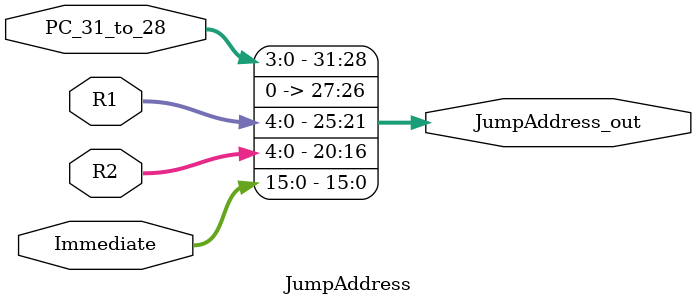
<source format=v>
`timescale 1ns / 1ns
module JumpAddress(
	input [3:0] PC_31_to_28,
	input [4:0] R1, R2,
	input [15:0] Immediate,
	output [31:0] JumpAddress_out
);

	assign JumpAddress_out = {PC_31_to_28, 2'd0, R1, R2, Immediate};

endmodule

</source>
